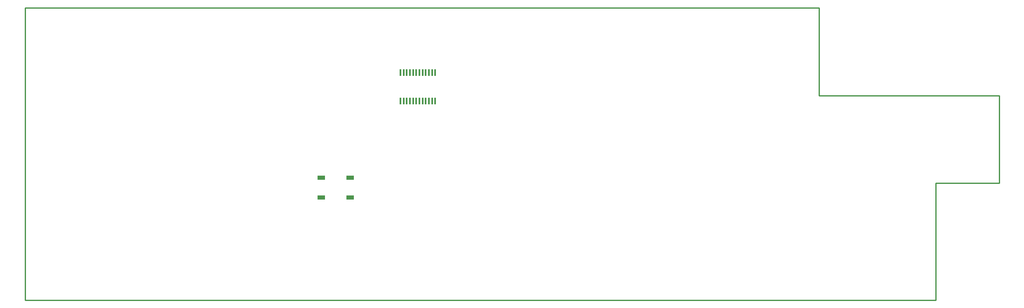
<source format=gtp>
*
*
G04 PADS 9.5 Build Number: 522968 generated Gerber (RS-274-X) file*
G04 PC Version=2.1*
*
%IN "ohm1.pcb"*%
*
%MOIN*%
*
%FSLAX35Y35*%
*
*
*
*
G04 PC Standard Apertures*
*
*
G04 Thermal Relief Aperture macro.*
%AMTER*
1,1,$1,0,0*
1,0,$1-$2,0,0*
21,0,$3,$4,0,0,45*
21,0,$3,$4,0,0,135*
%
*
*
G04 Annular Aperture macro.*
%AMANN*
1,1,$1,0,0*
1,0,$2,0,0*
%
*
*
G04 Odd Aperture macro.*
%AMODD*
1,1,$1,0,0*
1,0,$1-0.005,0,0*
%
*
*
G04 PC Custom Aperture Macros*
*
*
*
*
*
*
G04 PC Aperture Table*
*
%ADD010C,0.001*%
%ADD013C,0.01*%
%ADD141R,0.01575X0.05709*%
%ADD143R,0.06102X0.03346*%
*
*
*
*
G04 PC Circuitry*
G04 Layer Name ohm1.pcb - circuitry*
%LPD*%
*
*
G04 PC Custom Flashes*
G04 Layer Name ohm1.pcb - flashes*
%LPD*%
*
*
G04 PC Circuitry*
G04 Layer Name ohm1.pcb - circuitry*
%LPD*%
*
G54D10*
G54D13*
G01X1606299Y1481890D02*
Y1718110D01*
X2248031*
Y1647244*
X2393701*
Y1576378*
X2342520*
Y1481890*
X1606299*
G54D141*
X1909749Y1642650D03*
X1912308D03*
X1914867D03*
X1917427D03*
X1919986D03*
X1922545D03*
X1925104D03*
X1927663D03*
X1930222D03*
X1932781D03*
X1935340D03*
X1937899D03*
Y1665681D03*
X1935340D03*
X1932781D03*
X1930222D03*
X1927663D03*
X1925104D03*
X1922545D03*
X1919986D03*
X1917427D03*
X1914867D03*
X1912308D03*
X1909749D03*
G54D143*
X1869014Y1564936D03*
Y1580684D03*
X1845786D03*
Y1564936D03*
X0Y0D02*
M02*

</source>
